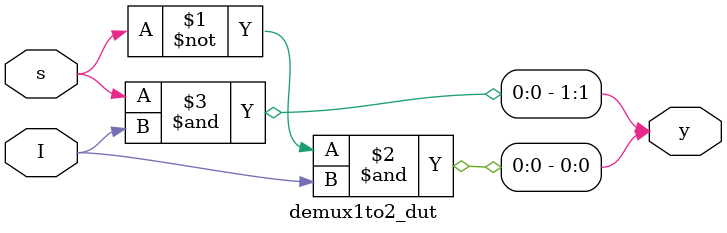
<source format=v>
module demux1to2_dut (
    I,s,y
);
    input I,s;
    output [0:1]y;

    assign y[0]= ~s&I;
    assign y[1]= s&I;
endmodule

</source>
